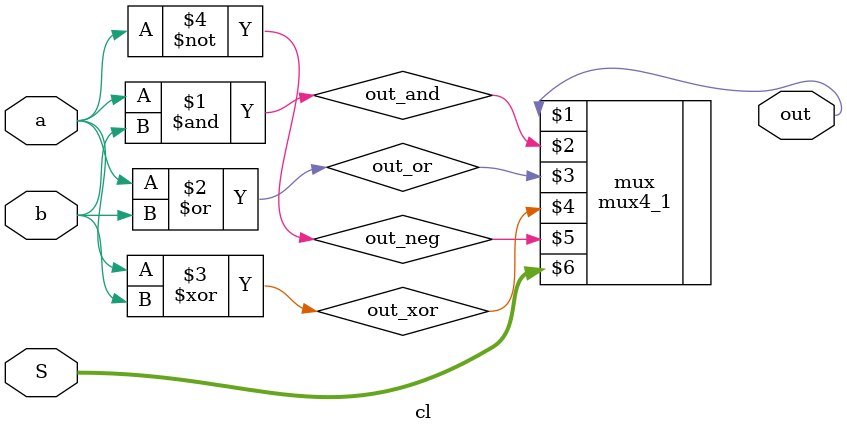
<source format=v>
module cl(output wire out, input wire a, b, input wire [1:0] S);
  wire out_and, out_or, out_xor, out_neg;
  and and1(out_and, a, b);
  or or1(out_or, a , b);
  xor xor1(out_xor, a, b);
  not not1(out_neg, a);
  mux4_1 mux(out, out_and, out_or, out_xor, out_neg, S);
endmodule
</source>
